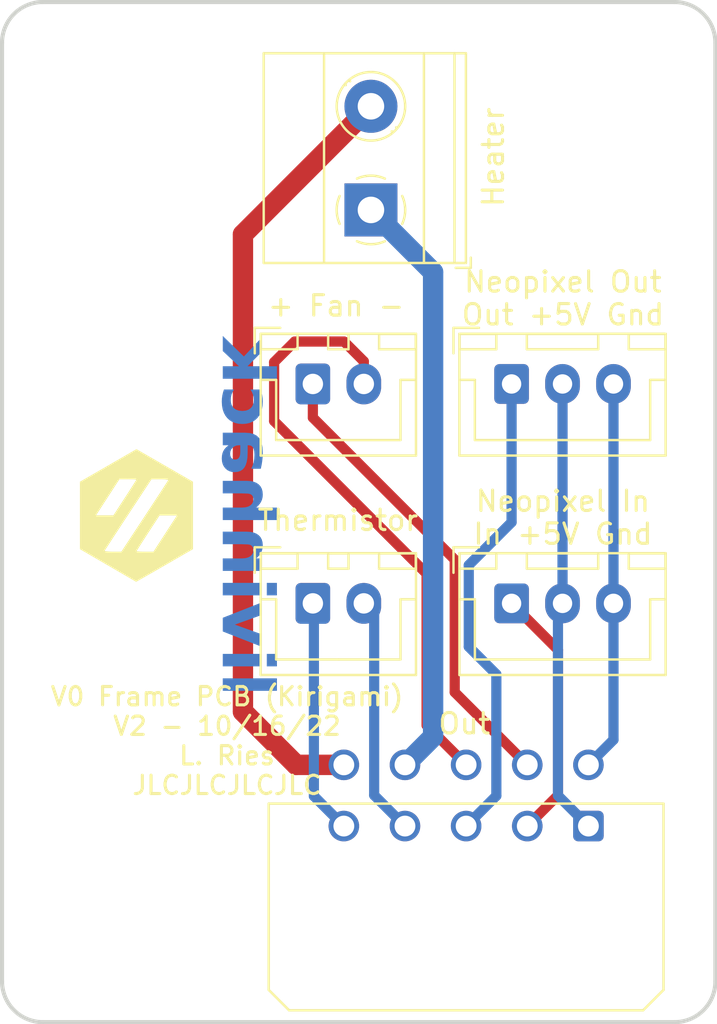
<source format=kicad_pcb>
(kicad_pcb (version 20221018) (generator pcbnew)
  (layers (0 "F.Cu" signal) (31 "B.Cu" signal) (34 "B.Paste" user) (35 "F.Paste" user) (36 "B.SilkS" user "B.Silkscreen") (37 "F.SilkS" user "F.Silkscreen") (38 "B.Mask" user) (39 "F.Mask" user) (44 "Edge.Cuts" user))
  (net 0 "")
  (net 1 "/Neopixel5V")
  (net 2 "/DataIn")
  (net 3 "/DataOut")
  (net 4 "/Thermistor-Pad2")
  (net 5 "/Thermistor-Pad1")
  (net 6 "/NeopixelGND")
  (net 7 "/Fan+")
  (net 8 "/Fan-")
  (net 9 "/Heater-Pad1")
  (net 10 "/Heater-Pad2")
  (footprint "TRA_KiCad_Footprints:VoronLogo_6pt5mm_silkScreen" (layer "F.Cu") (at 252.095 50.165)
    (fp_text reference "G***" hide)
    (fp_text value "LOGO" hide)
    (fp_poly (pts (xy 2.7686 -1.64985) (xy 2.7686 1.649849) (xy 1.379308 2.450524) (xy 1.039339 2.646185) (xy 0.729012 2.824267) (xy 0.458882 2.978754) (xy 0.239505 3.10363) (xy 0.081439 3.192877) (xy -0.004761 3.240478) (xy -0.017692 3.24677) (xy -0.061819 3.221166) (xy -0.183209 3.150713) (xy -0.371255 3.041566) (xy -0.615351 2.899881) (xy -0.904891 2.731815) (xy -1.229269 2.543525) (xy -1.397 2.446162) (xy -2.622352 1.734876) (xy -1.566334 1.734876) (xy -1.527559 1.754402) (xy -1.409521 1.769187) (xy -1.234533 1.776891) (xy -1.159934 1.777479) (xy -0.7366 1.776959) (xy -0.722179 1.755076) (xy 0 1.755076) (xy 0.04685 1.765563) (xy 0.171616 1.7735) (xy 0.350623 1.777596) (xy 0.4191 1.777886) (xy 0.8382 1.777772) (xy 1.3208 1.034043) (xy 1.485838 0.779678) (xy 1.637963 0.545166) (xy 1.765863 0.347951) (xy 1.858223 0.205476) (xy 1.897288 0.145156) (xy 1.991177 0) (xy 1.129093 0) (xy 0.564546 0.866076) (xy 0.394034 1.128735) (xy 0.244186 1.361619) (xy 0.123286 1.551683) (xy 0.039618 1.685882) (xy 0.001465 1.751172) (xy 0 1.755076) (xy -0.722179 1.755076) (xy 0.4064 0.042603) (xy 0.654036 -0.333568) (xy 0.884037 -0.683745) (xy 1.09042 -0.998762) (xy 1.267202 -1.269449) (xy 1.408399 -1.486639) (xy 1.508029 -1.641163) (xy 1.560108 -1.723852) (xy 1.566333 -1.734877) (xy 1.527558 -1.754403) (xy 1.40952 -1.769188) (xy 1.234532 -1.776892) (xy 1.159933 -1.77748) (xy 0.7366 -1.77696) (xy -0.4064 -0.042604) (xy -0.654037 0.333567) (xy -0.884038 0.683744) (xy -1.090421 0.998761) (xy -1.267203 1.269448) (xy -1.4084 1.486638) (xy -1.50803 1.641162) (xy -1.560109 1.723851) (xy -1.566334 1.734876) (xy -2.622352 1.734876) (xy -2.7686 1.649983) (xy -2.7686 0) (xy -1.991178 0) (xy -1.129094 0) (xy -0.564547 -0.866077) (xy -0.394035 -1.128736) (xy -0.244187 -1.36162) (xy -0.123287 -1.551684) (xy -0.039619 -1.685883) (xy -0.001466 -1.751173) (xy 0 -1.755077) (xy -0.046851 -1.765564) (xy -0.171617 -1.773501) (xy -0.350624 -1.777597) (xy -0.4191 -1.777887) (xy -0.8382 -1.777773) (xy -1.3208 -1.034044) (xy -1.485839 -0.779679) (xy -1.637964 -0.545167) (xy -1.765864 -0.347952) (xy -1.858224 -0.205477) (xy -1.897289 -0.145157) (xy -1.991178 0) (xy -2.7686 0) (xy -2.7686 -1.64985) (xy 0 -3.245448) (xy 2.7686 -1.64985)) (stroke (width 0.01)) (fill solid) (layer "F.SilkS"))
  )
  (footprint "MountingHole:MountingHole_3.2mm_M3" (layer "F.Cu") (at 252 69)
    (fp_text reference "H2" hide)
    (fp_text value "MountingHole_3.2mm_M3" hide)
    (pad "" np_thru_hole circle (at 0 0) (size 3.2 3.2) (drill 3.2) (layers "*.Cu" "*.Mask"))
  )
  (footprint "Connector_JST:JST_XH_B3B-XH-A_1x03_P2.50mm_Vertical" (layer "F.Cu") (at 270.5 43.72)
    (fp_text reference "J2" hide)
    (fp_text value "Neopixel out" hide)
    (fp_line (start -2.85 -2.75) (end -2.85 -1.5) (stroke (width 0.12)) (layer "F.SilkS"))
    (fp_line (start -2.56 -2.46) (end -2.56 3.51) (stroke (width 0.12)) (layer "F.SilkS"))
    (fp_line (start -2.56 3.51) (end 7.56 3.51) (stroke (width 0.12)) (layer "F.SilkS"))
    (fp_line (start -2.55 -2.45) (end -2.55 -1.7) (stroke (width 0.12)) (layer "F.SilkS"))
    (fp_line (start -2.55 -1.7) (end -0.75 -1.7) (stroke (width 0.12)) (layer "F.SilkS"))
    (fp_line (start -2.55 -0.2) (end -1.8 -0.2) (stroke (width 0.12)) (layer "F.SilkS"))
    (fp_line (start -1.8 -0.2) (end -1.8 2.75) (stroke (width 0.12)) (layer "F.SilkS"))
    (fp_line (start -1.8 2.75) (end 2.5 2.75) (stroke (width 0.12)) (layer "F.SilkS"))
    (fp_line (start -1.6 -2.75) (end -2.85 -2.75) (stroke (width 0.12)) (layer "F.SilkS"))
    (fp_line (start -0.75 -2.45) (end -2.55 -2.45) (stroke (width 0.12)) (layer "F.SilkS"))
    (fp_line (start -0.75 -1.7) (end -0.75 -2.45) (stroke (width 0.12)) (layer "F.SilkS"))
    (fp_line (start 0.75 -2.45) (end 0.75 -1.7) (stroke (width 0.12)) (layer "F.SilkS"))
    (fp_line (start 0.75 -1.7) (end 4.25 -1.7) (stroke (width 0.12)) (layer "F.SilkS"))
    (fp_line (start 4.25 -2.45) (end 0.75 -2.45) (stroke (width 0.12)) (layer "F.SilkS"))
    (fp_line (start 4.25 -1.7) (end 4.25 -2.45) (stroke (width 0.12)) (layer "F.SilkS"))
    (fp_line (start 5.75 -2.45) (end 5.75 -1.7) (stroke (width 0.12)) (layer "F.SilkS"))
    (fp_line (start 5.75 -1.7) (end 7.55 -1.7) (stroke (width 0.12)) (layer "F.SilkS"))
    (fp_line (start 6.8 -0.2) (end 6.8 2.75) (stroke (width 0.12)) (layer "F.SilkS"))
    (fp_line (start 6.8 2.75) (end 2.5 2.75) (stroke (width 0.12)) (layer "F.SilkS"))
    (fp_line (start 7.55 -2.45) (end 5.75 -2.45) (stroke (width 0.12)) (layer "F.SilkS"))
    (fp_line (start 7.55 -1.7) (end 7.55 -2.45) (stroke (width 0.12)) (layer "F.SilkS"))
    (fp_line (start 7.55 -0.2) (end 6.8 -0.2) (stroke (width 0.12)) (layer "F.SilkS"))
    (fp_line (start 7.56 -2.46) (end -2.56 -2.46) (stroke (width 0.12)) (layer "F.SilkS"))
    (fp_line (start 7.56 3.51) (end 7.56 -2.46) (stroke (width 0.12)) (layer "F.SilkS"))
    (pad "1" thru_hole roundrect (at 0 0) (size 1.7 1.95) (drill 0.95) (layers "*.Cu" "*.Mask") (roundrect_rratio 0.1470588235) (net 3 "/DataOut"))
    (pad "2" thru_hole oval (at 2.5 0) (size 1.7 1.95) (drill 0.95) (layers "*.Cu" "*.Mask") (net 1 "/Neopixel5V"))
    (pad "3" thru_hole oval (at 5 0) (size 1.7 1.95) (drill 0.95) (layers "*.Cu" "*.Mask") (net 6 "/NeopixelGND"))
  )
  (footprint "Connector_JST:JST_XH_B3B-XH-A_1x03_P2.50mm_Vertical" (layer "F.Cu") (at 270.5 54.475)
    (fp_text reference "J3" hide)
    (fp_text value "Neopixel in" hide)
    (fp_line (start -2.85 -2.75) (end -2.85 -1.5) (stroke (width 0.12)) (layer "F.SilkS"))
    (fp_line (start -2.56 -2.46) (end -2.56 3.51) (stroke (width 0.12)) (layer "F.SilkS"))
    (fp_line (start -2.56 3.51) (end 7.56 3.51) (stroke (width 0.12)) (layer "F.SilkS"))
    (fp_line (start -2.55 -2.45) (end -2.55 -1.7) (stroke (width 0.12)) (layer "F.SilkS"))
    (fp_line (start -2.55 -1.7) (end -0.75 -1.7) (stroke (width 0.12)) (layer "F.SilkS"))
    (fp_line (start -2.55 -0.2) (end -1.8 -0.2) (stroke (width 0.12)) (layer "F.SilkS"))
    (fp_line (start -1.8 -0.2) (end -1.8 2.75) (stroke (width 0.12)) (layer "F.SilkS"))
    (fp_line (start -1.8 2.75) (end 2.5 2.75) (stroke (width 0.12)) (layer "F.SilkS"))
    (fp_line (start -1.6 -2.75) (end -2.85 -2.75) (stroke (width 0.12)) (layer "F.SilkS"))
    (fp_line (start -0.75 -2.45) (end -2.55 -2.45) (stroke (width 0.12)) (layer "F.SilkS"))
    (fp_line (start -0.75 -1.7) (end -0.75 -2.45) (stroke (width 0.12)) (layer "F.SilkS"))
    (fp_line (start 0.75 -2.45) (end 0.75 -1.7) (stroke (width 0.12)) (layer "F.SilkS"))
    (fp_line (start 0.75 -1.7) (end 4.25 -1.7) (stroke (width 0.12)) (layer "F.SilkS"))
    (fp_line (start 4.25 -2.45) (end 0.75 -2.45) (stroke (width 0.12)) (layer "F.SilkS"))
    (fp_line (start 4.25 -1.7) (end 4.25 -2.45) (stroke (width 0.12)) (layer "F.SilkS"))
    (fp_line (start 5.75 -2.45) (end 5.75 -1.7) (stroke (width 0.12)) (layer "F.SilkS"))
    (fp_line (start 5.75 -1.7) (end 7.55 -1.7) (stroke (width 0.12)) (layer "F.SilkS"))
    (fp_line (start 6.8 -0.2) (end 6.8 2.75) (stroke (width 0.12)) (layer "F.SilkS"))
    (fp_line (start 6.8 2.75) (end 2.5 2.75) (stroke (width 0.12)) (layer "F.SilkS"))
    (fp_line (start 7.55 -2.45) (end 5.75 -2.45) (stroke (width 0.12)) (layer "F.SilkS"))
    (fp_line (start 7.55 -1.7) (end 7.55 -2.45) (stroke (width 0.12)) (layer "F.SilkS"))
    (fp_line (start 7.55 -0.2) (end 6.8 -0.2) (stroke (width 0.12)) (layer "F.SilkS"))
    (fp_line (start 7.56 -2.46) (end -2.56 -2.46) (stroke (width 0.12)) (layer "F.SilkS"))
    (fp_line (start 7.56 3.51) (end 7.56 -2.46) (stroke (width 0.12)) (layer "F.SilkS"))
    (pad "1" thru_hole roundrect (at 0 0) (size 1.7 1.95) (drill 0.95) (layers "*.Cu" "*.Mask") (roundrect_rratio 0.1470588235) (net 2 "/DataIn"))
    (pad "2" thru_hole oval (at 2.5 0) (size 1.7 1.95) (drill 0.95) (layers "*.Cu" "*.Mask") (net 1 "/Neopixel5V"))
    (pad "3" thru_hole oval (at 5 0) (size 1.7 1.95) (drill 0.95) (layers "*.Cu" "*.Mask") (net 6 "/NeopixelGND"))
  )
  (footprint "KiriPCB:METZ CONNECT USA Inc. - TERM BLK 2P SIDE ENT 5.08MM PCB" (layer "F.Cu") (at 263.6 35.19 90)
    (fp_text reference "J5" hide)
    (fp_text value "Heater" hide)
    (fp_line (start -2.84 4.16) (end -2.84 4.9) (stroke (width 0.12)) (layer "F.SilkS"))
    (fp_line (start -2.84 4.9) (end -2.34 4.9) (stroke (width 0.12)) (layer "F.SilkS"))
    (fp_line (start -2.6 -5.261) (end -2.6 4.66) (stroke (width 0.12)) (layer "F.SilkS"))
    (fp_line (start -2.6 -5.261) (end 7.68 -5.261) (stroke (width 0.12)) (layer "F.SilkS"))
    (fp_line (start -2.6 -2.301) (end 7.68 -2.301) (stroke (width 0.12)) (layer "F.SilkS"))
    (fp_line (start -2.6 2.6) (end 7.68 2.6) (stroke (width 0.12)) (layer "F.SilkS"))
    (fp_line (start -2.6 4.1) (end 7.68 4.1) (stroke (width 0.12)) (layer "F.SilkS"))
    (fp_line (start -2.6 4.66) (end 7.68 4.66) (stroke (width 0.12)) (layer "F.SilkS"))
    (fp_line (start 3.853 1.023) (end 3.806 1.069) (stroke (width 0.12)) (layer "F.SilkS"))
    (fp_line (start 4.046 1.239) (end 4.011 1.274) (stroke (width 0.12)) (layer "F.SilkS"))
    (fp_line (start 6.15 -1.275) (end 6.115 -1.239) (stroke (width 0.12)) (layer "F.SilkS"))
    (fp_line (start 6.355 -1.069) (end 6.308 -1.023) (stroke (width 0.12)) (layer "F.SilkS"))
    (fp_line (start 7.68 -5.261) (end 7.68 4.66) (stroke (width 0.12)) (layer "F.SilkS"))
    (fp_arc (start -1.535427 0.683042) (mid -1.680501 -0.000524) (end -1.535 -0.684) (stroke (width 0.12)) (layer "F.SilkS"))
    (fp_arc (start -0.683042 -1.535427) (mid 0.000524 -1.680501) (end 0.684 -1.535) (stroke (width 0.12)) (layer "F.SilkS"))
    (fp_arc (start 0.028805 1.680253) (mid -0.335551 1.646659) (end -0.684 1.535) (stroke (width 0.12)) (layer "F.SilkS"))
    (fp_arc (start 0.683318 1.534756) (mid 0.349292 1.643288) (end 0 1.68) (stroke (width 0.12)) (layer "F.SilkS"))
    (fp_arc (start 1.535427 -0.683042) (mid 1.680501 0.000524) (end 1.535 0.684) (stroke (width 0.12)) (layer "F.SilkS"))
    (fp_circle (center 5.08 0) (end 6.76 0) (stroke (width 0.12)) (fill none) (layer "F.SilkS"))
    (pad "1" thru_hole rect (at 0 0 90) (size 2.6 2.6) (drill 1.3) (layers "*.Cu" "*.Mask") (net 9 "/Heater-Pad1"))
    (pad "2" thru_hole circle (at 5.08 0 90) (size 2.6 2.6) (drill 1.3) (layers "*.Cu" "*.Mask") (net 10 "/Heater-Pad2"))
  )
  (footprint "Connector_JST:JST_XH_B2B-XH-A_1x02_P2.50mm_Vertical" (layer "F.Cu") (at 260.75 54.475)
    (fp_text reference "J6" hide)
    (fp_text value "Thermistor" hide)
    (fp_line (start -2.85 -2.75) (end -2.85 -1.5) (stroke (width 0.12)) (layer "F.SilkS"))
    (fp_line (start -2.56 -2.46) (end -2.56 3.51) (stroke (width 0.12)) (layer "F.SilkS"))
    (fp_line (start -2.56 3.51) (end 5.06 3.51) (stroke (width 0.12)) (layer "F.SilkS"))
    (fp_line (start -2.55 -2.45) (end -2.55 -1.7) (stroke (width 0.12)) (layer "F.SilkS"))
    (fp_line (start -2.55 -1.7) (end -0.75 -1.7) (stroke (width 0.12)) (layer "F.SilkS"))
    (fp_line (start -2.55 -0.2) (end -1.8 -0.2) (stroke (width 0.12)) (layer "F.SilkS"))
    (fp_line (start -1.8 -0.2) (end -1.8 2.75) (stroke (width 0.12)) (layer "F.SilkS"))
    (fp_line (start -1.8 2.75) (end 1.25 2.75) (stroke (width 0.12)) (layer "F.SilkS"))
    (fp_line (start -1.6 -2.75) (end -2.85 -2.75) (stroke (width 0.12)) (layer "F.SilkS"))
    (fp_line (start -0.75 -2.45) (end -2.55 -2.45) (stroke (width 0.12)) (layer "F.SilkS"))
    (fp_line (start -0.75 -1.7) (end -0.75 -2.45) (stroke (width 0.12)) (layer "F.SilkS"))
    (fp_line (start 0.75 -2.45) (end 0.75 -1.7) (stroke (width 0.12)) (layer "F.SilkS"))
    (fp_line (start 0.75 -1.7) (end 1.75 -1.7) (stroke (width 0.12)) (layer "F.SilkS"))
    (fp_line (start 1.75 -2.45) (end 0.75 -2.45) (stroke (width 0.12)) (layer "F.SilkS"))
    (fp_line (start 1.75 -1.7) (end 1.75 -2.45) (stroke (width 0.12)) (layer "F.SilkS"))
    (fp_line (start 3.25 -2.45) (end 3.25 -1.7) (stroke (width 0.12)) (layer "F.SilkS"))
    (fp_line (start 3.25 -1.7) (end 5.05 -1.7) (stroke (width 0.12)) (layer "F.SilkS"))
    (fp_line (start 4.3 -0.2) (end 4.3 2.75) (stroke (width 0.12)) (layer "F.SilkS"))
    (fp_line (start 4.3 2.75) (end 1.25 2.75) (stroke (width 0.12)) (layer "F.SilkS"))
    (fp_line (start 5.05 -2.45) (end 3.25 -2.45) (stroke (width 0.12)) (layer "F.SilkS"))
    (fp_line (start 5.05 -1.7) (end 5.05 -2.45) (stroke (width 0.12)) (layer "F.SilkS"))
    (fp_line (start 5.05 -0.2) (end 4.3 -0.2) (stroke (width 0.12)) (layer "F.SilkS"))
    (fp_line (start 5.06 -2.46) (end -2.56 -2.46) (stroke (width 0.12)) (layer "F.SilkS"))
    (fp_line (start 5.06 3.51) (end 5.06 -2.46) (stroke (width 0.12)) (layer "F.SilkS"))
    (pad "1" thru_hole roundrect (at 0 0) (size 1.7 2) (drill 1) (layers "*.Cu" "*.Mask") (roundrect_rratio 0.1470588235) (net 5 "/Thermistor-Pad1"))
    (pad "2" thru_hole oval (at 2.5 0) (size 1.7 2) (drill 1) (layers "*.Cu" "*.Mask") (net 4 "/Thermistor-Pad2"))
  )
  (footprint "MountingHole:MountingHole_3.2mm_M3" (layer "F.Cu") (at 252.01 31)
    (fp_text reference "H1" hide)
    (fp_text value "MountingHole_3.2mm_M3" hide)
    (pad "" np_thru_hole circle (at 0 0) (size 3.2 3.2) (drill 3.2) (layers "*.Cu" "*.Mask"))
  )
  (footprint "KiriPCB:Molex_Micro-Fit_3.0_43045-1000_2x05_P3.00mm_Horizontal" (layer "F.Cu") (at 274.27 65.39 180)
    (fp_text reference "J1" hide)
    (fp_text value "Out" hide)
    (fp_line (start -3.685 -8.03) (end -2.685 -9.03) (stroke (width 0.12)) (layer "F.SilkS"))
    (fp_line (start -3.685 1.1) (end -3.685 -8.03) (stroke (width 0.12)) (layer "F.SilkS"))
    (fp_line (start -2.685 -9.03) (end 14.685 -9.03) (stroke (width 0.12)) (layer "F.SilkS"))
    (fp_line (start 14.685 -9.03) (end 15.685 -8.03) (stroke (width 0.12)) (layer "F.SilkS"))
    (fp_line (start 15.685 -8.03) (end 15.685 1.1) (stroke (width 0.12)) (layer "F.SilkS"))
    (fp_line (start 15.685 1.1) (end -3.685 1.1) (stroke (width 0.12)) (layer "F.SilkS"))
    (pad "" np_thru_hole circle (at 2.16 -4.32 180) (size 3 3) (drill 3) (layers "*.Cu" "*.Mask"))
    (pad "" np_thru_hole circle (at 9.86 -4.32 180) (size 3 3) (drill 3) (layers "*.Cu" "*.Mask"))
    (pad "1" thru_hole roundrect (at 0 0 180) (size 1.5 1.5) (drill 1.02) (layers "*.Cu" "*.Mask") (roundrect_rratio 0.1666673333) (net 1 "/Neopixel5V"))
    (pad "2" thru_hole circle (at 3 0 180) (size 1.5 1.5) (drill 1.02) (layers "*.Cu" "*.Mask") (net 2 "/DataIn"))
    (pad "3" thru_hole circle (at 6 0 180) (size 1.5 1.5) (drill 1.02) (layers "*.Cu" "*.Mask") (net 3 "/DataOut"))
    (pad "4" thru_hole circle (at 9 0 180) (size 1.5 1.5) (drill 1.02) (layers "*.Cu" "*.Mask") (net 4 "/Thermistor-Pad2"))
    (pad "5" thru_hole circle (at 12 0 180) (size 1.5 1.5) (drill 1.02) (layers "*.Cu" "*.Mask") (net 5 "/Thermistor-Pad1"))
    (pad "6" thru_hole circle (at 0 3 180) (size 1.5 1.5) (drill 1.02) (layers "*.Cu" "*.Mask") (net 6 "/NeopixelGND"))
    (pad "7" thru_hole circle (at 3 3 180) (size 1.5 1.5) (drill 1.02) (layers "*.Cu" "*.Mask") (net 7 "/Fan+"))
    (pad "8" thru_hole circle (at 6 3 180) (size 1.5 1.5) (drill 1.02) (layers "*.Cu" "*.Mask") (net 8 "/Fan-"))
    (pad "9" thru_hole circle (at 9 3 180) (size 1.5 1.5) (drill 1.02) (layers "*.Cu" "*.Mask") (net 9 "/Heater-Pad1"))
    (pad "10" thru_hole circle (at 12 3 180) (size 1.5 1.5) (drill 1.02) (layers "*.Cu" "*.Mask") (net 10 "/Heater-Pad2"))
  )
  (footprint "Connector_JST:JST_XH_B2B-XH-A_1x02_P2.50mm_Vertical" (layer "F.Cu") (at 260.75 43.72)
    (fp_text reference "J4" hide)
    (fp_text value "Fan" hide)
    (fp_line (start -2.85 -2.75) (end -2.85 -1.5) (stroke (width 0.12)) (layer "F.SilkS"))
    (fp_line (start -2.56 -2.46) (end -2.56 3.51) (stroke (width 0.12)) (layer "F.SilkS"))
    (fp_line (start -2.56 3.51) (end 5.06 3.51) (stroke (width 0.12)) (layer "F.SilkS"))
    (fp_line (start -2.55 -2.45) (end -2.55 -1.7) (stroke (width 0.12)) (layer "F.SilkS"))
    (fp_line (start -2.55 -1.7) (end -0.75 -1.7) (stroke (width 0.12)) (layer "F.SilkS"))
    (fp_line (start -2.55 -0.2) (end -1.8 -0.2) (stroke (width 0.12)) (layer "F.SilkS"))
    (fp_line (start -1.8 -0.2) (end -1.8 2.75) (stroke (width 0.12)) (layer "F.SilkS"))
    (fp_line (start -1.8 2.75) (end 1.25 2.75) (stroke (width 0.12)) (layer "F.SilkS"))
    (fp_line (start -1.6 -2.75) (end -2.85 -2.75) (stroke (width 0.12)) (layer "F.SilkS"))
    (fp_line (start -0.75 -2.45) (end -2.55 -2.45) (stroke (width 0.12)) (layer "F.SilkS"))
    (fp_line (start -0.75 -1.7) (end -0.75 -2.45) (stroke (width 0.12)) (layer "F.SilkS"))
    (fp_line (start 0.75 -2.45) (end 0.75 -1.7) (stroke (width 0.12)) (layer "F.SilkS"))
    (fp_line (start 0.75 -1.7) (end 1.75 -1.7) (stroke (width 0.12)) (layer "F.SilkS"))
    (fp_line (start 1.75 -2.45) (end 0.75 -2.45) (stroke (width 0.12)) (layer "F.SilkS"))
    (fp_line (start 1.75 -1.7) (end 1.75 -2.45) (stroke (width 0.12)) (layer "F.SilkS"))
    (fp_line (start 3.25 -2.45) (end 3.25 -1.7) (stroke (width 0.12)) (layer "F.SilkS"))
    (fp_line (start 3.25 -1.7) (end 5.05 -1.7) (stroke (width 0.12)) (layer "F.SilkS"))
    (fp_line (start 4.3 -0.2) (end 4.3 2.75) (stroke (width 0.12)) (layer "F.SilkS"))
    (fp_line (start 4.3 2.75) (end 1.25 2.75) (stroke (width 0.12)) (layer "F.SilkS"))
    (fp_line (start 5.05 -2.45) (end 3.25 -2.45) (stroke (width 0.12)) (layer "F.SilkS"))
    (fp_line (start 5.05 -1.7) (end 5.05 -2.45) (stroke (width 0.12)) (layer "F.SilkS"))
    (fp_line (start 5.05 -0.2) (end 4.3 -0.2) (stroke (width 0.12)) (layer "F.SilkS"))
    (fp_line (start 5.06 -2.46) (end -2.56 -2.46) (stroke (width 0.12)) (layer "F.SilkS"))
    (fp_line (start 5.06 3.51) (end 5.06 -2.46) (stroke (width 0.12)) (layer "F.SilkS"))
    (pad "1" thru_hole roundrect (at 0 0) (size 1.7 2) (drill 1) (layers "*.Cu" "*.Mask") (roundrect_rratio 0.1470588235) (net 7 "/Fan+"))
    (pad "2" thru_hole oval (at 2.5 0) (size 1.7 2) (drill 1) (layers "*.Cu" "*.Mask") (net 8 "/Fan-"))
  )
  (gr_line (start 245.5 73) (end 245.5 27) (stroke (width 0.2)) (layer "Edge.Cuts"))
  (gr_line (start 278.5 75) (end 247.5 75) (stroke (width 0.2)) (layer "Edge.Cuts"))
  (gr_line (start 247.5 25) (end 278.5 25) (stroke (width 0.2)) (layer "Edge.Cuts"))
  (gr_line (start 280.5 27) (end 280.5 73) (stroke (width 0.2)) (layer "Edge.Cuts"))
  (gr_arc (start 247.5 75) (mid 246.085786 74.414214) (end 245.5 73) (stroke (width 0.2)) (layer "Edge.Cuts"))
  (gr_arc (start 278.5 25) (mid 279.914214 25.585786) (end 280.5 27) (stroke (width 0.2)) (layer "Edge.Cuts"))
  (gr_arc (start 280.5 73) (mid 279.914214 74.414214) (end 278.5 75) (stroke (width 0.2)) (layer "Edge.Cuts"))
  (gr_arc (start 245.5 27) (mid 246.085786 25.585786) (end 247.5 25) (stroke (width 0.2)) (layer "Edge.Cuts"))
  (gr_text "livinhack" (at 255.905 59.055 -90) (layer "B.Cu") (effects (font (size 2.5 2.5) (thickness 0.3) bold) (justify left bottom mirror)))
  (gr_text "Out" (at 268.18 60.37) (layer "F.SilkS") (effects (font (size 1 1))))
  (gr_text "Thermistor" (at 261.98 50.4) (layer "F.SilkS") (effects (font (size 1 1))))
  (gr_text "Neopixel Out\nOut +5V Gnd" (at 273.02 39.52) (layer "F.SilkS") (effects (font (size 1 1))))
  (gr_text "V0 Frame PCB (Kirigami)\nV2 - 10/16/22\nL. Ries\nJLCJLCJLCJLC" (at 256.54 61.214) (layer "F.SilkS") (effects (font (size 0.9 0.9) (thickness 0.15) bold)))
  (gr_text "Heater" (at 269.6 32.6 90) (layer "F.SilkS") (effects (font (size 1 1))))
  (gr_text "+ Fan -" (at 261.89 39.89) (layer "F.SilkS") (effects (font (size 1 1))))
  (gr_text "Neopixel In\nIn +5V Gnd" (at 273.02 50.27) (layer "F.SilkS") (effects (font (size 1 1))))
  (segment (start 272.77609 63.89609) (end 272.77609 54.69891) (width 0.5) (layer "B.Cu") (net 1))
  (segment (start 273 43.72) (end 273 54.475) (width 0.5) (layer "B.Cu") (net 1))
  (segment (start 274.27 65.39) (end 272.77609 63.89609) (width 0.5) (layer "B.Cu") (net 1))
  (segment (start 272.77609 63.88391) (end 271.27 65.39) (width 0.5) (layer "F.Cu") (net 2))
  (segment (start 272.77609 56.75109) (end 272.77609 63.88391) (width 0.5) (layer "F.Cu") (net 2))
  (segment (start 270.5 54.475) (end 272.77609 56.75109) (width 0.5) (layer "F.Cu") (net 2))
  (segment (start 269.753232 63.906768) (end 268.27 65.39) (width 0.5) (layer "B.Cu") (net 3))
  (segment (start 269.753232 57.953232) (end 269.753232 63.906768) (width 0.5) (layer "B.Cu") (net 3))
  (segment (start 270.5 43.72) (end 270.5 50.5) (width 0.5) (layer "B.Cu") (net 3))
  (segment (start 268.4 56.6) (end 269.753232 57.953232) (width 0.5) (layer "B.Cu") (net 3))
  (segment (start 268.4 52.6) (end 268.4 56.6) (width 0.5) (layer "B.Cu") (net 3))
  (segment (start 270.5 50.5) (end 268.4 52.6) (width 0.5) (layer "B.Cu") (net 3))
  (segment (start 263.758046 54.983046) (end 263.758046 63.878046) (width 0.5) (layer "B.Cu") (net 4))
  (segment (start 263.758046 63.878046) (end 265.27 65.39) (width 0.5) (layer "B.Cu") (net 4))
  (segment (start 263.25 54.475) (end 263.758046 54.983046) (width 0.5) (layer "B.Cu") (net 4))
  (segment (start 260.8 63.92) (end 262.27 65.39) (width 0.5) (layer "B.Cu") (net 5))
  (segment (start 260.8 54.525) (end 260.8 63.92) (width 0.5) (layer "B.Cu") (net 5))
  (segment (start 275.5 43.72) (end 275.5 54.475) (width 0.5) (layer "B.Cu") (net 6))
  (segment (start 275.5 54.475) (end 275.5 61.16) (width 0.5) (layer "B.Cu") (net 6))
  (segment (start 275.5 61.16) (end 274.27 62.39) (width 0.5) (layer "B.Cu") (net 6))
  (segment (start 267.71 58.83) (end 267.71 52.33) (width 0.5) (layer "F.Cu") (net 7))
  (segment (start 271.27 62.39) (end 267.71 58.83) (width 0.5) (layer "F.Cu") (net 7))
  (segment (start 260.75 45.37) (end 260.75 43.72) (width 0.5) (layer "F.Cu") (net 7))
  (segment (start 267.71 52.33) (end 260.75 45.37) (width 0.5) (layer "F.Cu") (net 7))
  (segment (start 263.25 42.61) (end 262.28 41.64) (width 0.5) (layer "F.Cu") (net 8))
  (segment (start 258.85 45.54) (end 266.33 53.02) (width 0.5) (layer "F.Cu") (net 8))
  (segment (start 258.85 42.65) (end 258.85 45.54) (width 0.5) (layer "F.Cu") (net 8))
  (segment (start 263.25 43.72) (end 263.25 42.61) (width 0.5) (layer "F.Cu") (net 8))
  (segment (start 262.28 41.64) (end 259.86 41.64) (width 0.5) (layer "F.Cu") (net 8))
  (segment (start 259.86 41.64) (end 258.85 42.65) (width 0.5) (layer "F.Cu") (net 8))
  (segment (start 266.33 60.45) (end 268.27 62.39) (width 0.5) (layer "F.Cu") (net 8))
  (segment (start 266.33 53.02) (end 266.33 60.45) (width 0.5) (layer "F.Cu") (net 8))
  (segment (start 266.65 38.24) (end 263.6 35.19) (width 1) (layer "B.Cu") (net 9))
  (segment (start 266.65 61.01) (end 266.65 38.24) (width 1) (layer "B.Cu") (net 9))
  (segment (start 265.27 62.39) (end 266.65 61.01) (width 1) (layer "B.Cu") (net 9))
  (segment (start 259.93 62.39) (end 257.32 59.78) (width 1) (layer "F.Cu") (net 10))
  (segment (start 262.27 62.39) (end 259.93 62.39) (width 1) (layer "F.Cu") (net 10))
  (segment (start 257.32 59.78) (end 257.32 36.39) (width 1) (layer "F.Cu") (net 10))
  (segment (start 257.32 36.39) (end 263.6 30.11) (width 1) (layer "F.Cu") (net 10))
)
</source>
